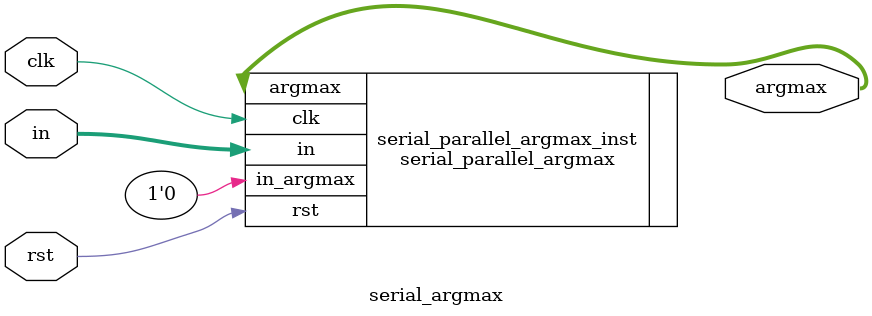
<source format=v>
`include "serial_parallel_argmax.v"

module serial_argmax
    /**
     * This module finds the index of the maximum value in a stream of values.
     * It is a serial implementation of the argmax function.
     *
     * Inputs:
     *  - clk: Clock
     *  - rst: Reset
     *  - in: Input value
     *
     * Outputs:
     *  - argmax: Index of the maximum value
     */
    #(parameter WIDTH = 8, parameter ARGMAX_WIDTH = 3)
    (
        input clk,
        input rst,
        input signed [WIDTH-1:0] in,
        output reg [ARGMAX_WIDTH-1:0] argmax
    );

    serial_parallel_argmax #(
        .WIDTH(WIDTH),
        .ARGMAX_WIDTH(ARGMAX_WIDTH),
        .IN_ARGMAX_WIDTH(1),
        .MAX_IN_ARGMAX(1)
    ) serial_parallel_argmax_inst (
        .clk(clk),
        .rst(rst),

        .in(in),
        .in_argmax(1'b0),

        .argmax(argmax)
    );

endmodule

</source>
